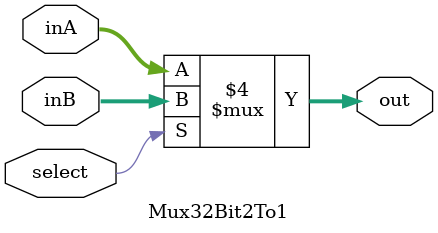
<source format=v>
`timescale 1ns / 1ps

module Mux32Bit2To1(inA, inB, select, out);

    output reg [31:0] out;
    
    input [31:0] inA;
    input [31:0] inB;
    input select;

    always @(select, inA, inB) begin
        if (select == 0) begin
            out <= inA;
        end else begin
            out <= inB;
        end
    end

endmodule

</source>
